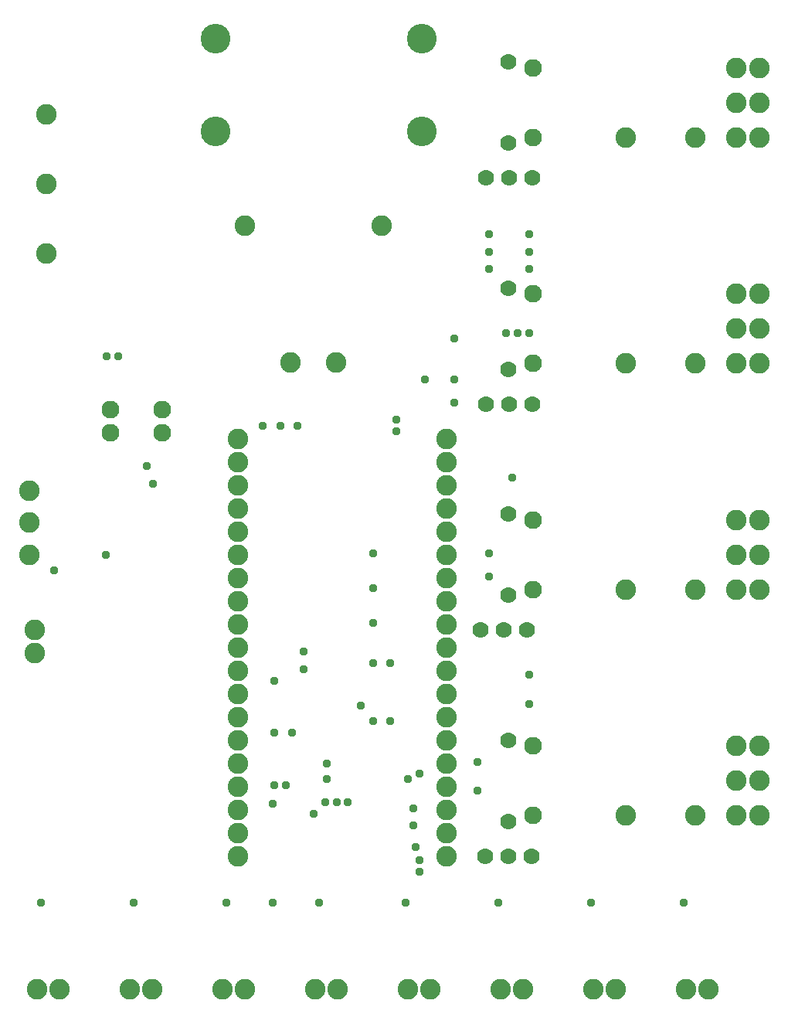
<source format=gbr>
G04 GENERATED BY PULSONIX 12.5 GERBER.DLL 9449*
G04 #@! TF.GenerationSoftware,Pulsonix,Pulsonix,12.5.9449*
G04 #@! TF.CreationDate,2025-07-29T07:21:01--1:00*
G04 #@! TF.Part,Single*
%FSLAX35Y35*%
%LPD*%
%MOMM*%
G04 #@! TF.FileFunction,Soldermask,Top*
G04 #@! TF.FilePolarity,Negative*
G04 #@! TA.AperFunction,ViaPad*
%ADD113C,0.95400*%
G04 #@! TA.AperFunction,ComponentPad*
%ADD114C,2.25400*%
%ADD115C,1.95400*%
%ADD116C,1.77800*%
%ADD117C,3.25400*%
G04 #@! TD.AperFunction*
X0Y0D02*
D02*
D113*
X4385000Y4770000D03*
X4533500Y8407000D03*
X5099375Y8580000D03*
X5105000Y10756500D03*
X5232000D03*
X5401000Y4770000D03*
X5549500Y9550000D03*
X5613000Y9359500D03*
X6417000Y4770000D03*
X6819500Y9994500D03*
X6925000Y4770000D03*
Y5849500D03*
X6946500Y6057500D03*
Y6629000D03*
Y7200500D03*
X7010000Y9994500D03*
X7073500Y6057500D03*
X7137000Y6629000D03*
X7200500Y9994500D03*
X7264000Y7327500D03*
Y7518000D03*
X7373500Y5738375D03*
X7433000Y4770000D03*
X7500500Y5867000D03*
X7518000Y6121000D03*
Y6294000D03*
X7627500Y5867000D03*
X7746500D03*
X7893375Y6929000D03*
X8026000Y6756000D03*
Y7391000D03*
Y7835500D03*
Y8216500D03*
Y8597500D03*
X8216500Y6756000D03*
Y7391000D03*
X8280000Y9931000D03*
Y10058000D03*
X8385500Y4770000D03*
X8407000Y6121000D03*
X8470500Y5613000D03*
Y5803500D03*
X8496625Y5373250D03*
X8534000Y5105000D03*
Y5232000D03*
Y6184500D03*
X8597500Y10502500D03*
X8915000Y10248500D03*
Y10502500D03*
Y10947000D03*
X9169000Y5994000D03*
Y6311500D03*
X9296000Y8343500D03*
Y8597500D03*
Y11709000D03*
Y11899500D03*
Y12090000D03*
X9401500Y4770000D03*
X9486500Y11010500D03*
X9550000Y9423000D03*
X9613500Y11010500D03*
X9740500Y6946500D03*
Y7264000D03*
Y11010500D03*
Y11709000D03*
Y11899500D03*
Y12090000D03*
X10417500Y4770000D03*
X11433500D03*
D02*
D114*
X4258000Y8580000D03*
Y8930000D03*
Y9280000D03*
X4321500Y7504500D03*
Y7754500D03*
X4343000Y3817500D03*
X4448500Y11882000D03*
Y12644000D03*
Y13406000D03*
X4593000Y3817500D03*
X5359000D03*
X5609000D03*
X6375000D03*
X6544000Y5278000D03*
Y5532000D03*
Y5786000D03*
Y6040000D03*
Y6294000D03*
Y6548000D03*
Y6802000D03*
Y7056000D03*
Y7310000D03*
Y7564000D03*
Y7818000D03*
Y8072000D03*
Y8326000D03*
Y8580000D03*
Y8834000D03*
Y9088000D03*
Y9342000D03*
Y9596000D03*
Y9850000D03*
X6619500Y12187500D03*
X6625000Y3817500D03*
X7119500Y10687500D03*
X7391000Y3817500D03*
X7619500Y10687500D03*
X7641000Y3817500D03*
X8119500Y12187500D03*
X8407000Y3817500D03*
X8657000D03*
X8830000Y5278000D03*
Y5532000D03*
Y5786000D03*
Y6040000D03*
Y6294000D03*
Y6548000D03*
Y6802000D03*
Y7056000D03*
Y7310000D03*
Y7564000D03*
Y7818000D03*
Y8072000D03*
Y8326000D03*
Y8580000D03*
Y8834000D03*
Y9088000D03*
Y9342000D03*
Y9596000D03*
Y9850000D03*
X9423000Y3817500D03*
X9673000D03*
X10439000D03*
X10689000D03*
X10798500Y5722500D03*
Y8199000D03*
Y10675500D03*
Y13152000D03*
X11455000Y3817500D03*
X11560500Y5722500D03*
Y8199000D03*
Y10675500D03*
Y13152000D03*
X11705000Y3817500D03*
X12005000Y5722500D03*
Y6103500D03*
Y6484500D03*
Y8199000D03*
Y8580000D03*
Y8961000D03*
Y10675500D03*
Y11056500D03*
Y11437500D03*
Y13152000D03*
Y13533000D03*
Y13914000D03*
X12259000Y5722500D03*
Y6103500D03*
Y6484500D03*
Y8199000D03*
Y8580000D03*
Y8961000D03*
Y10675500D03*
Y11056500D03*
Y11437500D03*
Y13152000D03*
Y13533000D03*
Y13914000D03*
D02*
D115*
X5147000Y9913500D03*
Y10167500D03*
X5718500Y9913500D03*
Y10167500D03*
X9782500Y5722500D03*
Y6484500D03*
Y8199000D03*
Y8961000D03*
Y10675500D03*
Y11437500D03*
Y13152000D03*
Y13914000D03*
D02*
D116*
X9205375Y7754500D03*
X9253000Y5278000D03*
X9268875Y10231000D03*
Y12707500D03*
X9459375Y7754500D03*
X9507000Y5278000D03*
Y5659000D03*
Y6548000D03*
Y8135500D03*
Y9024500D03*
Y10612000D03*
Y11501000D03*
Y13088500D03*
Y13977500D03*
X9522875Y10231000D03*
Y12707500D03*
X9713375Y7754500D03*
X9761000Y5278000D03*
X9776875Y10231000D03*
Y12707500D03*
D02*
D117*
X6303000Y13215500D03*
Y14231500D03*
X8563000Y13215500D03*
Y14231500D03*
X0Y0D02*
M02*

</source>
